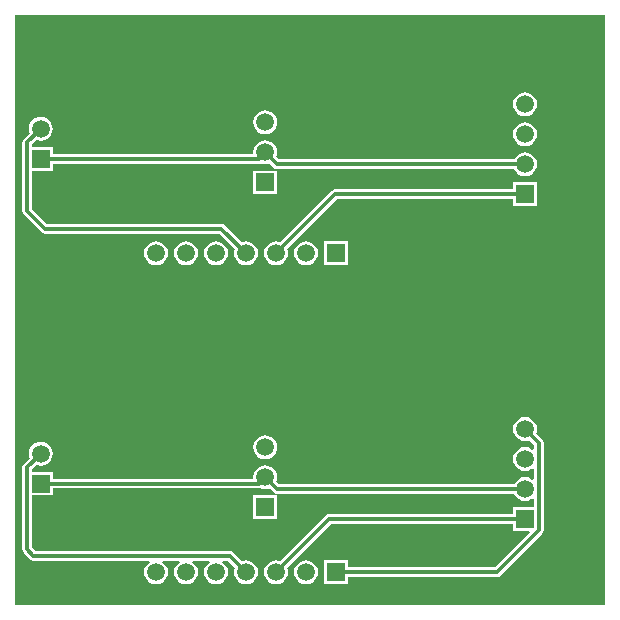
<source format=gbr>
G04 Layer_Physical_Order=2*
G04 Layer_Color=16711680*
%FSLAX43Y43*%
%MOMM*%
%TF.FileFunction,Copper,L2,Bot,Signal*%
%TF.Part,Single*%
G01*
G75*
%ADD10C,0.305*%
%TA.AperFunction,ViaPad*%
%ADD11R,1.500X1.500*%
%TA.AperFunction,ViaPad*%
%ADD12C,1.500*%
%TA.AperFunction,ViaPad*%
%ADD13R,1.500X1.500*%
G36*
X100800Y76200D02*
X50800D01*
Y126200D01*
X100800D01*
Y76200D01*
D02*
G37*
%LPC*%
G36*
X62760Y107013D02*
X62498Y106978D01*
X62254Y106877D01*
X62044Y106716D01*
X61883Y106506D01*
X61782Y106262D01*
X61747Y106000D01*
X61782Y105738D01*
X61883Y105494D01*
X62044Y105284D01*
X62254Y105123D01*
X62498Y105022D01*
X62760Y104987D01*
X63022Y105022D01*
X63266Y105123D01*
X63476Y105284D01*
X63637Y105494D01*
X63738Y105738D01*
X63773Y106000D01*
X63738Y106262D01*
X63637Y106506D01*
X63476Y106716D01*
X63266Y106877D01*
X63022Y106978D01*
X62760Y107013D01*
D02*
G37*
G36*
X65300D02*
X65038Y106978D01*
X64794Y106877D01*
X64584Y106716D01*
X64423Y106506D01*
X64322Y106262D01*
X64287Y106000D01*
X64322Y105738D01*
X64423Y105494D01*
X64584Y105284D01*
X64794Y105123D01*
X65038Y105022D01*
X65300Y104987D01*
X65562Y105022D01*
X65806Y105123D01*
X66016Y105284D01*
X66177Y105494D01*
X66278Y105738D01*
X66313Y106000D01*
X66278Y106262D01*
X66177Y106506D01*
X66016Y106716D01*
X65806Y106877D01*
X65562Y106978D01*
X65300Y107013D01*
D02*
G37*
G36*
X67840D02*
X67578Y106978D01*
X67334Y106877D01*
X67124Y106716D01*
X66963Y106506D01*
X66862Y106262D01*
X66827Y106000D01*
X66862Y105738D01*
X66963Y105494D01*
X67124Y105284D01*
X67334Y105123D01*
X67578Y105022D01*
X67840Y104987D01*
X68102Y105022D01*
X68346Y105123D01*
X68556Y105284D01*
X68717Y105494D01*
X68818Y105738D01*
X68853Y106000D01*
X68818Y106262D01*
X68717Y106506D01*
X68556Y106716D01*
X68346Y106877D01*
X68102Y106978D01*
X67840Y107013D01*
D02*
G37*
G36*
X75460Y80013D02*
X75198Y79978D01*
X74954Y79877D01*
X74744Y79716D01*
X74583Y79506D01*
X74482Y79262D01*
X74447Y79000D01*
X74482Y78738D01*
X74583Y78494D01*
X74744Y78284D01*
X74954Y78123D01*
X75198Y78022D01*
X75460Y77987D01*
X75722Y78022D01*
X75966Y78123D01*
X76176Y78284D01*
X76337Y78494D01*
X76438Y78738D01*
X76473Y79000D01*
X76438Y79262D01*
X76337Y79506D01*
X76176Y79716D01*
X75966Y79877D01*
X75722Y79978D01*
X75460Y80013D01*
D02*
G37*
G36*
X72000Y90593D02*
X71738Y90558D01*
X71494Y90457D01*
X71284Y90296D01*
X71123Y90086D01*
X71022Y89842D01*
X70987Y89580D01*
X71022Y89318D01*
X71123Y89074D01*
X71284Y88864D01*
X71494Y88703D01*
X71738Y88602D01*
X72000Y88567D01*
X72262Y88602D01*
X72506Y88703D01*
X72716Y88864D01*
X72877Y89074D01*
X72978Y89318D01*
X73013Y89580D01*
X72978Y89842D01*
X72877Y90086D01*
X72716Y90296D01*
X72506Y90457D01*
X72262Y90558D01*
X72000Y90593D01*
D02*
G37*
G36*
X94000Y92133D02*
X93738Y92098D01*
X93494Y91997D01*
X93284Y91836D01*
X93123Y91626D01*
X93022Y91382D01*
X92987Y91120D01*
X93022Y90858D01*
X93123Y90614D01*
X93284Y90404D01*
X93494Y90243D01*
X93738Y90142D01*
X94000Y90107D01*
X94262Y90142D01*
X94354Y90180D01*
X94759Y89775D01*
Y89423D01*
X94632Y89360D01*
X94506Y89457D01*
X94262Y89558D01*
X94000Y89593D01*
X93738Y89558D01*
X93494Y89457D01*
X93284Y89296D01*
X93123Y89086D01*
X93022Y88842D01*
X92987Y88580D01*
X93022Y88318D01*
X93123Y88074D01*
X93284Y87864D01*
X93494Y87703D01*
X93738Y87602D01*
X94000Y87567D01*
X94262Y87602D01*
X94506Y87703D01*
X94632Y87800D01*
X94759Y87737D01*
Y86883D01*
X94632Y86820D01*
X94506Y86917D01*
X94262Y87018D01*
X94000Y87053D01*
X93738Y87018D01*
X93494Y86917D01*
X93284Y86756D01*
X93123Y86546D01*
X93085Y86454D01*
X73172D01*
X72940Y86686D01*
X72978Y86778D01*
X73013Y87040D01*
X72978Y87302D01*
X72877Y87546D01*
X72716Y87756D01*
X72506Y87917D01*
X72262Y88018D01*
X72000Y88053D01*
X71738Y88018D01*
X71494Y87917D01*
X71284Y87756D01*
X71123Y87546D01*
X71022Y87302D01*
X70987Y87040D01*
X70991Y87010D01*
X70908Y86914D01*
X54004D01*
Y87504D01*
X52256D01*
Y87710D01*
X52646Y88100D01*
X52738Y88062D01*
X53000Y88027D01*
X53262Y88062D01*
X53506Y88163D01*
X53716Y88324D01*
X53877Y88534D01*
X53978Y88778D01*
X54013Y89040D01*
X53978Y89302D01*
X53877Y89546D01*
X53716Y89756D01*
X53506Y89917D01*
X53262Y90018D01*
X53000Y90053D01*
X52738Y90018D01*
X52494Y89917D01*
X52284Y89756D01*
X52123Y89546D01*
X52022Y89302D01*
X51987Y89040D01*
X52022Y88778D01*
X52060Y88686D01*
X51548Y88174D01*
X51459Y88040D01*
X51427Y87881D01*
Y80924D01*
X51459Y80766D01*
X51548Y80631D01*
X52082Y80098D01*
X52216Y80008D01*
X52375Y79977D01*
X62175D01*
X62218Y79850D01*
X62044Y79716D01*
X61883Y79506D01*
X61782Y79262D01*
X61747Y79000D01*
X61782Y78738D01*
X61883Y78494D01*
X62044Y78284D01*
X62254Y78123D01*
X62498Y78022D01*
X62760Y77987D01*
X63022Y78022D01*
X63266Y78123D01*
X63476Y78284D01*
X63637Y78494D01*
X63738Y78738D01*
X63773Y79000D01*
X63738Y79262D01*
X63637Y79506D01*
X63476Y79716D01*
X63302Y79850D01*
X63345Y79977D01*
X64715D01*
X64758Y79850D01*
X64584Y79716D01*
X64423Y79506D01*
X64322Y79262D01*
X64287Y79000D01*
X64322Y78738D01*
X64423Y78494D01*
X64584Y78284D01*
X64794Y78123D01*
X65038Y78022D01*
X65300Y77987D01*
X65562Y78022D01*
X65806Y78123D01*
X66016Y78284D01*
X66177Y78494D01*
X66278Y78738D01*
X66313Y79000D01*
X66278Y79262D01*
X66177Y79506D01*
X66016Y79716D01*
X65842Y79850D01*
X65885Y79977D01*
X67255D01*
X67298Y79850D01*
X67124Y79716D01*
X66963Y79506D01*
X66862Y79262D01*
X66827Y79000D01*
X66862Y78738D01*
X66963Y78494D01*
X67124Y78284D01*
X67334Y78123D01*
X67578Y78022D01*
X67840Y77987D01*
X68102Y78022D01*
X68346Y78123D01*
X68556Y78284D01*
X68717Y78494D01*
X68818Y78738D01*
X68853Y79000D01*
X68818Y79262D01*
X68717Y79506D01*
X68556Y79716D01*
X68382Y79850D01*
X68425Y79977D01*
X68817D01*
X69440Y79354D01*
X69402Y79262D01*
X69367Y79000D01*
X69402Y78738D01*
X69503Y78494D01*
X69664Y78284D01*
X69874Y78123D01*
X70118Y78022D01*
X70380Y77987D01*
X70642Y78022D01*
X70886Y78123D01*
X71096Y78284D01*
X71257Y78494D01*
X71358Y78738D01*
X71393Y79000D01*
X71358Y79262D01*
X71257Y79506D01*
X71096Y79716D01*
X70886Y79877D01*
X70642Y79978D01*
X70380Y80013D01*
X70118Y79978D01*
X70026Y79940D01*
X69282Y80684D01*
X69148Y80774D01*
X68989Y80805D01*
X52546D01*
X52256Y81096D01*
Y85496D01*
X54004D01*
Y86086D01*
X71460D01*
X71609Y86115D01*
X71738Y86062D01*
X72000Y86027D01*
X72262Y86062D01*
X72354Y86100D01*
X72707Y85747D01*
X72841Y85657D01*
X72973Y85631D01*
X72961Y85504D01*
X72879Y85504D01*
X72877Y85504D01*
X70996D01*
Y83496D01*
X73004D01*
Y85395D01*
X73004Y85499D01*
X73004Y85504D01*
X73017Y85626D01*
X73097Y85626D01*
X93085D01*
X93123Y85534D01*
X93284Y85324D01*
X93494Y85163D01*
X93738Y85062D01*
X94000Y85027D01*
X94262Y85062D01*
X94506Y85163D01*
X94632Y85260D01*
X94759Y85197D01*
Y84504D01*
X92996D01*
Y83914D01*
X77420D01*
X77261Y83883D01*
X77127Y83793D01*
X73274Y79940D01*
X73182Y79978D01*
X72920Y80013D01*
X72658Y79978D01*
X72414Y79877D01*
X72204Y79716D01*
X72043Y79506D01*
X71942Y79262D01*
X71907Y79000D01*
X71942Y78738D01*
X72043Y78494D01*
X72204Y78284D01*
X72414Y78123D01*
X72658Y78022D01*
X72920Y77987D01*
X73182Y78022D01*
X73426Y78123D01*
X73636Y78284D01*
X73797Y78494D01*
X73898Y78738D01*
X73933Y79000D01*
X73898Y79262D01*
X73860Y79354D01*
X77592Y83086D01*
X92996D01*
Y82496D01*
X94368D01*
X94416Y82379D01*
X91452Y79414D01*
X79004D01*
Y80004D01*
X76996D01*
Y77996D01*
X79004D01*
Y78586D01*
X91624D01*
X91782Y78617D01*
X91917Y78707D01*
X95467Y82257D01*
X95557Y82391D01*
X95588Y82550D01*
Y89946D01*
X95557Y90105D01*
X95467Y90239D01*
X94940Y90766D01*
X94978Y90858D01*
X95013Y91120D01*
X94978Y91382D01*
X94877Y91626D01*
X94716Y91836D01*
X94506Y91997D01*
X94262Y92098D01*
X94000Y92133D01*
D02*
G37*
G36*
X53000Y117553D02*
X52738Y117518D01*
X52494Y117417D01*
X52284Y117256D01*
X52123Y117046D01*
X52022Y116802D01*
X51987Y116540D01*
X52022Y116278D01*
X52060Y116186D01*
X51548Y115674D01*
X51459Y115540D01*
X51427Y115381D01*
Y109576D01*
X51459Y109417D01*
X51548Y109283D01*
X53047Y107784D01*
X53181Y107694D01*
X53340Y107663D01*
X68131D01*
X69440Y106354D01*
X69402Y106262D01*
X69367Y106000D01*
X69402Y105738D01*
X69503Y105494D01*
X69664Y105284D01*
X69874Y105123D01*
X70118Y105022D01*
X70380Y104987D01*
X70642Y105022D01*
X70886Y105123D01*
X71096Y105284D01*
X71257Y105494D01*
X71358Y105738D01*
X71393Y106000D01*
X71358Y106262D01*
X71257Y106506D01*
X71096Y106716D01*
X70886Y106877D01*
X70642Y106978D01*
X70380Y107013D01*
X70118Y106978D01*
X70026Y106940D01*
X68596Y108370D01*
X68462Y108460D01*
X68303Y108491D01*
X53512D01*
X52256Y109747D01*
Y112996D01*
X54004D01*
Y113586D01*
X71460D01*
X71609Y113615D01*
X71738Y113562D01*
X72000Y113527D01*
X72262Y113562D01*
X72354Y113600D01*
X72707Y113247D01*
X72841Y113157D01*
X72973Y113131D01*
X72960Y113004D01*
X72879Y113004D01*
X72877Y113004D01*
X70996D01*
Y110996D01*
X73004D01*
Y112895D01*
X73004Y112999D01*
X73004Y113004D01*
X73017Y113126D01*
X73097Y113126D01*
X93085D01*
X93123Y113034D01*
X93284Y112824D01*
X93494Y112663D01*
X93738Y112562D01*
X94000Y112527D01*
X94262Y112562D01*
X94506Y112663D01*
X94716Y112824D01*
X94877Y113034D01*
X94978Y113278D01*
X95013Y113540D01*
X94978Y113802D01*
X94877Y114046D01*
X94716Y114256D01*
X94506Y114417D01*
X94262Y114518D01*
X94000Y114553D01*
X93738Y114518D01*
X93494Y114417D01*
X93284Y114256D01*
X93123Y114046D01*
X93085Y113954D01*
X73172D01*
X72940Y114186D01*
X72978Y114278D01*
X73013Y114540D01*
X72978Y114802D01*
X72877Y115046D01*
X72716Y115256D01*
X72506Y115417D01*
X72262Y115518D01*
X72000Y115553D01*
X71738Y115518D01*
X71494Y115417D01*
X71284Y115256D01*
X71123Y115046D01*
X71022Y114802D01*
X70987Y114540D01*
X70991Y114510D01*
X70908Y114414D01*
X54004D01*
Y115004D01*
X52256D01*
Y115210D01*
X52646Y115600D01*
X52738Y115562D01*
X53000Y115527D01*
X53262Y115562D01*
X53506Y115663D01*
X53716Y115824D01*
X53877Y116034D01*
X53978Y116278D01*
X54013Y116540D01*
X53978Y116802D01*
X53877Y117046D01*
X53716Y117256D01*
X53506Y117417D01*
X53262Y117518D01*
X53000Y117553D01*
D02*
G37*
G36*
X72000Y118093D02*
X71738Y118058D01*
X71494Y117957D01*
X71284Y117796D01*
X71123Y117586D01*
X71022Y117342D01*
X70987Y117080D01*
X71022Y116818D01*
X71123Y116574D01*
X71284Y116364D01*
X71494Y116203D01*
X71738Y116102D01*
X72000Y116067D01*
X72262Y116102D01*
X72506Y116203D01*
X72716Y116364D01*
X72877Y116574D01*
X72978Y116818D01*
X73013Y117080D01*
X72978Y117342D01*
X72877Y117586D01*
X72716Y117796D01*
X72506Y117957D01*
X72262Y118058D01*
X72000Y118093D01*
D02*
G37*
G36*
X94000Y119633D02*
X93738Y119598D01*
X93494Y119497D01*
X93284Y119336D01*
X93123Y119126D01*
X93022Y118882D01*
X92987Y118620D01*
X93022Y118358D01*
X93123Y118114D01*
X93284Y117904D01*
X93494Y117743D01*
X93738Y117642D01*
X94000Y117607D01*
X94262Y117642D01*
X94506Y117743D01*
X94716Y117904D01*
X94877Y118114D01*
X94978Y118358D01*
X95013Y118620D01*
X94978Y118882D01*
X94877Y119126D01*
X94716Y119336D01*
X94506Y119497D01*
X94262Y119598D01*
X94000Y119633D01*
D02*
G37*
G36*
Y117093D02*
X93738Y117058D01*
X93494Y116957D01*
X93284Y116796D01*
X93123Y116586D01*
X93022Y116342D01*
X92987Y116080D01*
X93022Y115818D01*
X93123Y115574D01*
X93284Y115364D01*
X93494Y115203D01*
X93738Y115102D01*
X94000Y115067D01*
X94262Y115102D01*
X94506Y115203D01*
X94716Y115364D01*
X94877Y115574D01*
X94978Y115818D01*
X95013Y116080D01*
X94978Y116342D01*
X94877Y116586D01*
X94716Y116796D01*
X94506Y116957D01*
X94262Y117058D01*
X94000Y117093D01*
D02*
G37*
G36*
X75460Y107013D02*
X75198Y106978D01*
X74954Y106877D01*
X74744Y106716D01*
X74583Y106506D01*
X74482Y106262D01*
X74447Y106000D01*
X74482Y105738D01*
X74583Y105494D01*
X74744Y105284D01*
X74954Y105123D01*
X75198Y105022D01*
X75460Y104987D01*
X75722Y105022D01*
X75966Y105123D01*
X76176Y105284D01*
X76337Y105494D01*
X76438Y105738D01*
X76473Y106000D01*
X76438Y106262D01*
X76337Y106506D01*
X76176Y106716D01*
X75966Y106877D01*
X75722Y106978D01*
X75460Y107013D01*
D02*
G37*
G36*
X79004Y107004D02*
X76996D01*
Y104996D01*
X79004D01*
Y107004D01*
D02*
G37*
G36*
X95004Y112004D02*
X92996D01*
Y111414D01*
X77920D01*
X77761Y111383D01*
X77627Y111293D01*
X73274Y106940D01*
X73182Y106978D01*
X72920Y107013D01*
X72658Y106978D01*
X72414Y106877D01*
X72204Y106716D01*
X72043Y106506D01*
X71942Y106262D01*
X71907Y106000D01*
X71942Y105738D01*
X72043Y105494D01*
X72204Y105284D01*
X72414Y105123D01*
X72658Y105022D01*
X72920Y104987D01*
X73182Y105022D01*
X73426Y105123D01*
X73636Y105284D01*
X73797Y105494D01*
X73898Y105738D01*
X73933Y106000D01*
X73898Y106262D01*
X73860Y106354D01*
X78092Y110586D01*
X92996D01*
Y109996D01*
X95004D01*
Y112004D01*
D02*
G37*
%LPD*%
D10*
X77420Y83500D02*
X94000D01*
X72920Y79000D02*
X77420Y83500D01*
X77920Y111000D02*
X94000D01*
X72920Y106000D02*
X77920Y111000D01*
X68303Y108077D02*
X70380Y106000D01*
X53340Y108077D02*
X68303D01*
X51841Y109576D02*
X53340Y108077D01*
X51841Y109576D02*
Y115381D01*
X53000Y116540D01*
X68989Y80391D02*
X70380Y79000D01*
X52375Y80391D02*
X68989D01*
X51841Y80924D02*
X52375Y80391D01*
X51841Y80924D02*
Y87881D01*
X53000Y89040D01*
X71460Y114000D02*
X72000Y114540D01*
X53000Y114000D02*
X71460D01*
X72000Y114540D02*
X73000Y113540D01*
X94000D01*
X78000Y79000D02*
X91624D01*
X95174Y82550D01*
Y89946D01*
X94000Y91120D02*
X95174Y89946D01*
X71460Y86500D02*
X72000Y87040D01*
X53000Y86500D02*
X71460D01*
X72000Y87040D02*
X73000Y86040D01*
X94000D01*
D11*
Y83500D02*
D03*
Y111000D02*
D03*
X53000Y86500D02*
D03*
Y114000D02*
D03*
X72000Y84500D02*
D03*
Y112000D02*
D03*
D12*
X94000Y86040D02*
D03*
Y88580D02*
D03*
Y91120D02*
D03*
Y113540D02*
D03*
Y116080D02*
D03*
Y118620D02*
D03*
X53000Y89040D02*
D03*
Y116540D02*
D03*
X72920Y79000D02*
D03*
X75460D02*
D03*
X70380D02*
D03*
X67840D02*
D03*
X65300D02*
D03*
X62760D02*
D03*
X72920Y106000D02*
D03*
X75460D02*
D03*
X70380D02*
D03*
X67840D02*
D03*
X65300D02*
D03*
X62760D02*
D03*
X72000Y89580D02*
D03*
Y87040D02*
D03*
Y117080D02*
D03*
Y114540D02*
D03*
D13*
X78000Y79000D02*
D03*
Y106000D02*
D03*
%TF.MD5,B134D995D15B281EE065270B1369CC28*%
M02*

</source>
